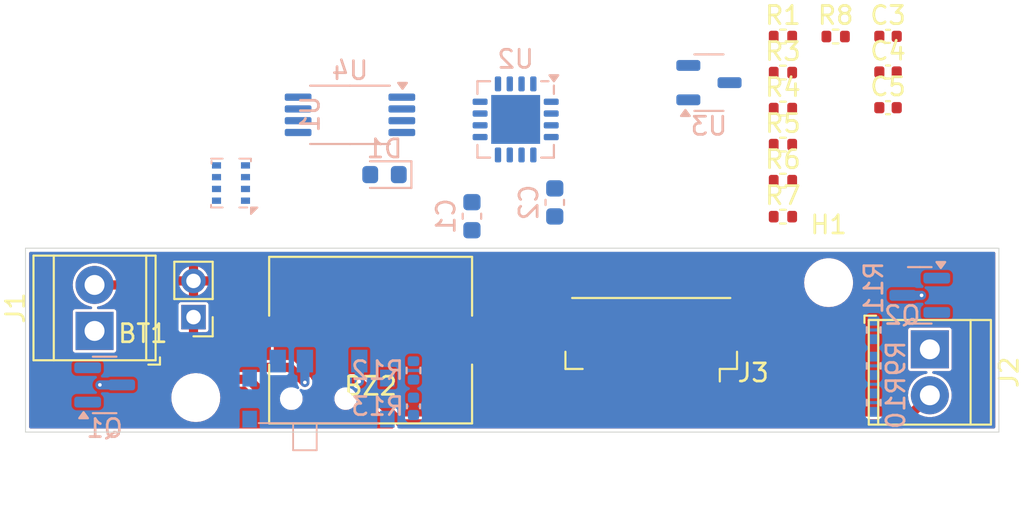
<source format=kicad_pcb>
(kicad_pcb (version 20221018) (generator pcbnew)
  (layers (0 "F.Cu" signal) (31 "B.Cu" signal) (34 "B.Paste" user) (35 "F.Paste" user) (36 "B.SilkS" user "B.Silkscreen") (37 "F.SilkS" user "F.Silkscreen") (38 "B.Mask" user) (39 "F.Mask" user) (44 "Edge.Cuts" user))
  (net 0 "")
  (net 1 "GND")
  (net 2 "+3.3V")
  (net 3 "/SDA")
  (net 4 "/SCL")
  (net 7 "/RST_TDIO")
  (net 8 "/TEST_WTCK")
  (net 9 "+BATT")
  (net 10 "Net-(Q1-G)")
  (net 11 "Net-(Q2-G)")
  (net 12 "/LED")
  (net 13 "/BUZZER")
  (net 14 "/VBAT_SENSE")
  (net 15 "/CONT0")
  (net 16 "/CONT1")
  (net 17 "/PYRO1")
  (net 18 "/PYRO0")
  (net 19 "Net-(D1-A)")
  (net 21 "/BATT_IN")
  (net 22 "/EMATCH1")
  (net 23 "/EMATCH0")
  (footprint "Resistor_SMD:R_0402_1005Metric" (layer "F.Cu") (at 194.5832 79.7488)
    (fp_text reference "R1" (at 0 -1.17) (layer "F.SilkS"))
    (fp_text value "47k")
    (fp_line (start -0.153641 -0.38) (end 0.153641 -0.38) (stroke (width 0.12)) (layer "F.SilkS"))
    (fp_line (start -0.153641 0.38) (end 0.153641 0.38) (stroke (width 0.12)) (layer "F.SilkS"))
    (pad "1" smd roundrect (at -0.51 0) (size 0.54 0.64) (layers "F.Cu" "F.Paste" "F.Mask") (net 2 "+3.3V"))
    (pad "2" smd roundrect (at 0.51 0) (size 0.54 0.64) (layers "F.Cu" "F.Paste" "F.Mask") (net 7 "/RST_TDIO"))
  )
  (footprint "MountingHole:MountingHole_2.2mm_M2" (layer "F.Cu") (at 197.104 93.345)
    (fp_text reference "H1" (at 0 -3.2) (layer "F.SilkS"))
    (fp_text value "MountingHole")
    (pad "" np_thru_hole circle (at 0 0) (size 2.2 2.2) (drill 2.2) (layers "*.Cu" "*.Mask"))
  )
  (footprint "TerminalBlock_TE-Connectivity:TerminalBlock_TE_282834-2_1x02_P2.54mm_Horizontal" (layer "F.Cu") (at 202.692 97.028 -90)
    (fp_text reference "J2" (at 1.27 -4.37 90) (layer "F.SilkS"))
    (fp_text value "Screw_Terminal_01x02")
    (fp_line (start -1.86 2.97) (end -1.86 3.61) (stroke (width 0.12)) (layer "F.SilkS"))
    (fp_line (start -1.86 3.61) (end -1.46 3.61) (stroke (width 0.12)) (layer "F.SilkS"))
    (fp_line (start -1.62 -3.37) (end -1.62 3.37) (stroke (width 0.12)) (layer "F.SilkS"))
    (fp_line (start -1.62 -3.37) (end 4.16 -3.37) (stroke (width 0.12)) (layer "F.SilkS"))
    (fp_line (start -1.62 -2.25) (end 4.16 -2.25) (stroke (width 0.12)) (layer "F.SilkS"))
    (fp_line (start -1.62 2.85) (end 4.16 2.85) (stroke (width 0.12)) (layer "F.SilkS"))
    (fp_line (start -1.62 3.37) (end 4.16 3.37) (stroke (width 0.12)) (layer "F.SilkS"))
    (fp_line (start 4.16 -3.37) (end 4.16 3.37) (stroke (width 0.12)) (layer "F.SilkS"))
    (pad "1" thru_hole rect (at 0 0 270) (size 2.1 2.1) (drill 1.1) (layers "*.Cu" "*.Mask") (net 23 "/EMATCH0"))
    (pad "2" thru_hole circle (at 2.54 0 270) (size 2.1 2.1) (drill 1.1) (layers "*.Cu" "*.Mask") (net 9 "+BATT"))
  )
  (footprint "MountingHole:MountingHole_2.2mm_M2" (layer "F.Cu") (at 162.179 99.695)
    (fp_text reference "H2" hide)
    (fp_text value "MountingHole")
    (pad "" np_thru_hole circle (at 0 0) (size 2.2 2.2) (drill 2.2) (layers "*.Cu" "*.Mask"))
  )
  (footprint "Resistor_SMD:R_0402_1005Metric" (layer "F.Cu") (at 194.5832 81.7388)
    (fp_text reference "R3" (at 0 -1.17) (layer "F.SilkS"))
    (fp_text value "270")
    (fp_line (start -0.153641 -0.38) (end 0.153641 -0.38) (stroke (width 0.12)) (layer "F.SilkS"))
    (fp_line (start -0.153641 0.38) (end 0.153641 0.38) (stroke (width 0.12)) (layer "F.SilkS"))
    (pad "1" smd roundrect (at -0.51 0) (size 0.54 0.64) (layers "F.Cu" "F.Paste" "F.Mask") (net 19 "Net-(D1-A)"))
    (pad "2" smd roundrect (at 0.51 0) (size 0.54 0.64) (layers "F.Cu" "F.Paste" "F.Mask") (net 2 "+3.3V"))
  )
  (footprint "Resistor_SMD:R_0402_1005Metric" (layer "F.Cu") (at 194.5832 87.7088)
    (fp_text reference "R6" (at 0 -1.17) (layer "F.SilkS"))
    (fp_text value "270")
    (fp_line (start -0.153641 -0.38) (end 0.153641 -0.38) (stroke (width 0.12)) (layer "F.SilkS"))
    (fp_line (start -0.153641 0.38) (end 0.153641 0.38) (stroke (width 0.12)) (layer "F.SilkS"))
    (pad "1" smd roundrect (at -0.51 0) (size 0.54 0.64) (layers "F.Cu" "F.Paste" "F.Mask") (net 10 "Net-(Q1-G)"))
    (pad "2" smd roundrect (at 0.51 0) (size 0.54 0.64) (layers "F.Cu" "F.Paste" "F.Mask") (net 17 "/PYRO1"))
  )
  (footprint "Capacitor_SMD:C_0402_1005Metric" (layer "F.Cu") (at 200.3832 81.7088)
    (fp_text reference "C4" (at 0 -1.16) (layer "F.SilkS"))
    (fp_text value "0.1uF")
    (fp_line (start -0.107836 -0.36) (end 0.107836 -0.36) (stroke (width 0.12)) (layer "F.SilkS"))
    (fp_line (start -0.107836 0.36) (end 0.107836 0.36) (stroke (width 0.12)) (layer "F.SilkS"))
    (pad "1" smd roundrect (at -0.48 0) (size 0.56 0.62) (layers "F.Cu" "F.Paste" "F.Mask") (net 2 "+3.3V"))
    (pad "2" smd roundrect (at 0.48 0) (size 0.56 0.62) (layers "F.Cu" "F.Paste" "F.Mask") (net 1 "GND"))
  )
  (footprint "Resistor_SMD:R_0402_1005Metric" (layer "F.Cu") (at 194.5832 85.7188)
    (fp_text reference "R5" (at 0 -1.17) (layer "F.SilkS"))
    (fp_text value "4.7k")
    (fp_line (start -0.153641 -0.38) (end 0.153641 -0.38) (stroke (width 0.12)) (layer "F.SilkS"))
    (fp_line (start -0.153641 0.38) (end 0.153641 0.38) (stroke (width 0.12)) (layer "F.SilkS"))
    (pad "1" smd roundrect (at -0.51 0) (size 0.54 0.64) (layers "F.Cu" "F.Paste" "F.Mask") (net 2 "+3.3V"))
    (pad "2" smd roundrect (at 0.51 0) (size 0.54 0.64) (layers "F.Cu" "F.Paste" "F.Mask") (net 3 "/SDA"))
  )
  (footprint "Resistor_SMD:R_0402_1005Metric" (layer "F.Cu") (at 197.4932 79.7488)
    (fp_text reference "R8" (at 0 -1.17) (layer "F.SilkS"))
    (fp_text value "47k")
    (fp_line (start -0.153641 -0.38) (end 0.153641 -0.38) (stroke (width 0.12)) (layer "F.SilkS"))
    (fp_line (start -0.153641 0.38) (end 0.153641 0.38) (stroke (width 0.12)) (layer "F.SilkS"))
    (pad "1" smd roundrect (at -0.51 0) (size 0.54 0.64) (layers "F.Cu" "F.Paste" "F.Mask") (net 16 "/CONT1"))
    (pad "2" smd roundrect (at 0.51 0) (size 0.54 0.64) (layers "F.Cu" "F.Paste" "F.Mask") (net 22 "/EMATCH1"))
  )
  (footprint "Connector_PinHeader_2.00mm:PinHeader_1x02_P2.00mm_Vertical" (layer "F.Cu") (at 162.052 95.25 180)
    (fp_text reference "BT1" (at 2.794 -0.905) (layer "F.SilkS"))
    (fp_text value "LiPo")
    (fp_line (start -1.06 -1.06) (end 0 -1.06) (stroke (width 0.12)) (layer "F.SilkS"))
    (fp_line (start -1.06 0) (end -1.06 -1.06) (stroke (width 0.12)) (layer "F.SilkS"))
    (fp_line (start -1.06 1) (end -1.06 3.06) (stroke (width 0.12)) (layer "F.SilkS"))
    (fp_line (start -1.06 1) (end 1.06 1) (stroke (width 0.12)) (layer "F.SilkS"))
    (fp_line (start -1.06 3.06) (end 1.06 3.06) (stroke (width 0.12)) (layer "F.SilkS"))
    (fp_line (start 1.06 1) (end 1.06 3.06) (stroke (width 0.12)) (layer "F.SilkS"))
    (pad "1" thru_hole rect (at 0 0 180) (size 1.35 1.35) (drill 0.8) (layers "*.Cu" "*.Mask") (net 21 "/BATT_IN"))
    (pad "2" thru_hole oval (at 0 2 180) (size 1.35 1.35) (drill 0.8) (layers "*.Cu" "*.Mask") (net 1 "GND"))
  )
  (footprint "Capacitor_SMD:C_0402_1005Metric" (layer "F.Cu") (at 200.3832 79.7388)
    (fp_text reference "C3" (at 0 -1.16) (layer "F.SilkS"))
    (fp_text value "0.1uF")
    (fp_line (start -0.107836 -0.36) (end 0.107836 -0.36) (stroke (width 0.12)) (layer "F.SilkS"))
    (fp_line (start -0.107836 0.36) (end 0.107836 0.36) (stroke (width 0.12)) (layer "F.SilkS"))
    (pad "1" smd roundrect (at -0.48 0) (size 0.56 0.62) (layers "F.Cu" "F.Paste" "F.Mask") (net 2 "+3.3V"))
    (pad "2" smd roundrect (at 0.48 0) (size 0.56 0.62) (layers "F.Cu" "F.Paste" "F.Mask") (net 1 "GND"))
  )
  (footprint "Capacitor_SMD:C_0402_1005Metric" (layer "F.Cu") (at 200.3832 83.6788)
    (fp_text reference "C5" (at 0 -1.16) (layer "F.SilkS"))
    (fp_text value "0.1uF")
    (fp_line (start -0.107836 -0.36) (end 0.107836 -0.36) (stroke (width 0.12)) (layer "F.SilkS"))
    (fp_line (start -0.107836 0.36) (end 0.107836 0.36) (stroke (width 0.12)) (layer "F.SilkS"))
    (pad "1" smd roundrect (at -0.48 0) (size 0.56 0.62) (layers "F.Cu" "F.Paste" "F.Mask") (net 2 "+3.3V"))
    (pad "2" smd roundrect (at 0.48 0) (size 0.56 0.62) (layers "F.Cu" "F.Paste" "F.Mask") (net 1 "GND"))
  )
  (footprint "Buzzer_Beeper:Buzzer_Mallory_AST1109MLTRQ" (layer "F.Cu") (at 171.827 96.52)
    (fp_text reference "BZ2" (at 0 2.54 180) (layer "F.SilkS"))
    (fp_text value "Buzzer")
    (fp_line (start -5.6 -4.6) (end 5.6 -4.6) (stroke (width 0.12)) (layer "F.SilkS"))
    (fp_line (start -5.6 -1.35) (end -5.6 -4.6) (stroke (width 0.12)) (layer "F.SilkS"))
    (fp_line (start -5.6 4.6) (end -5.6 1.35) (stroke (width 0.12)) (layer "F.SilkS"))
    (fp_line (start 5.6 -4.6) (end 5.6 -1.35) (stroke (width 0.12)) (layer "F.SilkS"))
    (fp_line (start 5.6 1.35) (end 5.6 4.6) (stroke (width 0.12)) (layer "F.SilkS"))
    (fp_line (start 5.6 4.6) (end -5.6 4.6) (stroke (width 0.12)) (layer "F.SilkS"))
    (pad "1" smd rect (at -6.6 0) (size 2.2 2.2) (layers "F.Cu" "F.Paste" "F.Mask") (net 2 "+3.3V"))
    (pad "2" smd rect (at 6.6 0) (size 2.2 2.2) (layers "F.Cu" "F.Paste" "F.Mask") (net 13 "/BUZZER"))
  )
  (footprint "Connector_Molex:Molex_PicoBlade_53398-0671_1x06-1MP_P1.25mm_Vertical" (layer "F.Cu") (at 187.3142 96.9024 180)
    (fp_text reference "J3" (at -5.628 -1.421) (layer "F.SilkS"))
    (fp_text value "Conn_01x06")
    (fp_line (start -4.735 -1.21) (end -3.785 -1.21) (stroke (width 0.12)) (layer "F.SilkS"))
    (fp_line (start -4.735 -0.26) (end -4.735 -1.21) (stroke (width 0.12)) (layer "F.SilkS"))
    (fp_line (start -4.365 2.71) (end 4.365 2.71) (stroke (width 0.12)) (layer "F.SilkS"))
    (fp_line (start -3.785 -1.21) (end -3.785 -1.9) (stroke (width 0.12)) (layer "F.SilkS"))
    (fp_line (start 4.735 -1.21) (end 3.785 -1.21) (stroke (width 0.12)) (layer "F.SilkS"))
    (fp_line (start 4.735 -0.26) (end 4.735 -1.21) (stroke (width 0.12)) (layer "F.SilkS"))
    (pad "1" smd roundrect (at -3.125 -1.25 180) (size 0.8 1.3) (layers "F.Cu" "F.Paste" "F.Mask") (net 2 "+3.3V"))
    (pad "2" smd roundrect (at -1.875 -1.25 180) (size 0.8 1.3) (layers "F.Cu" "F.Paste" "F.Mask") (net 8 "/TEST_WTCK"))
    (pad "3" smd roundrect (at -0.625 -1.25 180) (size 0.8 1.3) (layers "F.Cu" "F.Paste" "F.Mask") (net 7 "/RST_TDIO"))
    (pad "4" smd roundrect (at 0.625 -1.25 180) (size 0.8 1.3) (layers "F.Cu" "F.Paste" "F.Mask") (net 4 "/SCL"))
    (pad "5" smd roundrect (at 1.875 -1.25 180) (size 0.8 1.3) (layers "F.Cu" "F.Paste" "F.Mask") (net 3 "/SDA"))
    (pad "6" smd roundrect (at 3.125 -1.25 180) (size 0.8 1.3) (layers "F.Cu" "F.Paste" "F.Mask") (net 1 "GND"))
    (pad "MP" smd roundrect (at -5.675 1.5 180) (size 2.1 3) (layers "F.Cu" "F.Paste" "F.Mask") (roundrect_rratio 0.119048))
    (pad "MP" smd roundrect (at 5.675 1.5 180) (size 2.1 3) (layers "F.Cu" "F.Paste" "F.Mask") (roundrect_rratio 0.119048))
  )
  (footprint "TerminalBlock_TE-Connectivity:TerminalBlock_TE_282834-2_1x02_P2.54mm_Horizontal" (layer "F.Cu") (at 156.591 96.012 90)
    (fp_text reference "J1" (at 1.27 -4.37 90) (layer "F.SilkS"))
    (fp_text value "Screw_Terminal_01x02")
    (fp_line (start -1.86 2.97) (end -1.86 3.61) (stroke (width 0.12)) (layer "F.SilkS"))
    (fp_line (start -1.86 3.61) (end -1.46 3.61) (stroke (width 0.12)) (layer "F.SilkS"))
    (fp_line (start -1.62 -3.37) (end -1.62 3.37) (stroke (width 0.12)) (layer "F.SilkS"))
    (fp_line (start -1.62 -3.37) (end 4.16 -3.37) (stroke (width 0.12)) (layer "F.SilkS"))
    (fp_line (start -1.62 -2.25) (end 4.16 -2.25) (stroke (width 0.12)) (layer "F.SilkS"))
    (fp_line (start -1.62 2.85) (end 4.16 2.85) (stroke (width 0.12)) (layer "F.SilkS"))
    (fp_line (start -1.62 3.37) (end 4.16 3.37) (stroke (width 0.12)) (layer "F.SilkS"))
    (fp_line (start 4.16 -3.37) (end 4.16 3.37) (stroke (width 0.12)) (layer "F.SilkS"))
    (pad "1" thru_hole rect (at 0 0 90) (size 2.1 2.1) (drill 1.1) (layers "*.Cu" "*.Mask") (net 22 "/EMATCH1"))
    (pad "2" thru_hole circle (at 2.54 0 90) (size 2.1 2.1) (drill 1.1) (layers "*.Cu" "*.Mask") (net 9 "+BATT"))
  )
  (footprint "Resistor_SMD:R_0402_1005Metric" (layer "F.Cu") (at 194.5832 83.7288)
    (fp_text reference "R4" (at 0 -1.17) (layer "F.SilkS"))
    (fp_text value "4.7k")
    (fp_line (start -0.153641 -0.38) (end 0.153641 -0.38) (stroke (width 0.12)) (layer "F.SilkS"))
    (fp_line (start -0.153641 0.38) (end 0.153641 0.38) (stroke (width 0.12)) (layer "F.SilkS"))
    (pad "1" smd roundrect (at -0.51 0) (size 0.54 0.64) (layers "F.Cu" "F.Paste" "F.Mask") (net 2 "+3.3V"))
    (pad "2" smd roundrect (at 0.51 0) (size 0.54 0.64) (layers "F.Cu" "F.Paste" "F.Mask") (net 4 "/SCL"))
  )
  (footprint "Resistor_SMD:R_0402_1005Metric" (layer "F.Cu") (at 194.5832 89.6988)
    (fp_text reference "R7" (at 0 -1.17) (layer "F.SilkS"))
    (fp_text value "4.7k")
    (fp_line (start -0.153641 -0.38) (end 0.153641 -0.38) (stroke (width 0.12)) (layer "F.SilkS"))
    (fp_line (start -0.153641 0.38) (end 0.153641 0.38) (stroke (width 0.12)) (layer "F.SilkS"))
    (pad "1" smd roundrect (at -0.51 0) (size 0.54 0.64) (layers "F.Cu" "F.Paste" "F.Mask") (net 17 "/PYRO1"))
    (pad "2" smd roundrect (at 0.51 0) (size 0.54 0.64) (layers "F.Cu" "F.Paste" "F.Mask") (net 1 "GND"))
  )
  (footprint "Capacitor_SMD:C_0603_1608Metric" (layer "B.Cu") (at 177.419 89.675 -90)
    (fp_text reference "C1" (at 0 1.43 90) (layer "B.SilkS") (effects (justify mirror)))
    (fp_text value "1uF")
    (fp_line (start -0.14058 -0.51) (end 0.14058 -0.51) (stroke (width 0.12)) (layer "B.SilkS"))
    (fp_line (start -0.14058 0.51) (end 0.14058 0.51) (stroke (width 0.12)) (layer "B.SilkS"))
    (pad "1" smd roundrect (at -0.775 0 270) (size 0.9 0.95) (layers "B.Cu" "B.Paste" "B.Mask") (net 2 "+3.3V"))
    (pad "2" smd roundrect (at 0.775 0 270) (size 0.9 0.95) (layers "B.Cu" "B.Paste" "B.Mask") (net 1 "GND"))
  )
  (footprint "Package_LGA:Bosch_LGA-8_2x2.5mm_P0.65mm_ClockwisePinNumbering" (layer "B.Cu") (at 164.122 87.843 90)
    (fp_text reference "U1" (at 3.81 4.37 90) (layer "B.SilkS") (effects (justify mirror)))
    (fp_text value "BMP280")
    (fp_line (start -1.35 -1.1) (end -1.35 -0.46) (stroke (width 0.1)) (layer "B.SilkS"))
    (fp_line (start -1.35 -1.1) (end -1.2 -1.1) (stroke (width 0.1)) (layer "B.SilkS"))
    (fp_line (start -1.35 0.46) (end -1.35 0.9) (stroke (width 0.1)) (layer "B.SilkS"))
    (fp_line (start 1.075 -1.075) (end 1.225 -1.075) (stroke (width 0.1)) (layer "B.SilkS"))
    (fp_line (start 1.2 1.1) (end 1.35 1.1) (stroke (width 0.1)) (layer "B.SilkS"))
    (fp_line (start 1.35 -1.1) (end 1.35 -0.46) (stroke (width 0.1)) (layer "B.SilkS"))
    (fp_line (start 1.35 0.46) (end 1.35 1.1) (stroke (width 0.1)) (layer "B.SilkS"))
    (fp_poly (pts (xy -1.35 1.1) (xy -1.71 1.1) (xy -1.35 1.46) (xy -1.35 1.1)) (stroke (width 0.1)) (fill solid) (layer "B.SilkS"))
    (pad "1" smd rect (at -0.975 0.8) (size 0.5 0.35) (layers "B.Cu" "B.Paste" "B.Mask") (net 1 "GND"))
    (pad "2" smd rect (at -0.325 0.8) (size 0.5 0.35) (layers "B.Cu" "B.Paste" "B.Mask") (net 2 "+3.3V"))
    (pad "3" smd rect (at 0.325 0.8) (size 0.5 0.35) (layers "B.Cu" "B.Paste" "B.Mask") (net 3 "/SDA"))
    (pad "4" smd rect (at 0.975 0.8) (size 0.5 0.35) (layers "B.Cu" "B.Paste" "B.Mask") (net 4 "/SCL"))
    (pad "5" smd rect (at 0.975 -0.8) (size 0.5 0.35) (layers "B.Cu" "B.Paste" "B.Mask"))
    (pad "6" smd rect (at 0.325 -0.8) (size 0.5 0.35) (layers "B.Cu" "B.Paste" "B.Mask") (net 2 "+3.3V"))
    (pad "7" smd rect (at -0.325 -0.8) (size 0.5 0.35) (layers "B.Cu" "B.Paste" "B.Mask") (net 1 "GND"))
    (pad "8" smd rect (at -0.975 -0.8) (size 0.5 0.35) (layers "B.Cu" "B.Paste" "B.Mask") (net 2 "+3.3V"))
  )
  (footprint "Package_TO_SOT_SMD:SOT-23" (layer "B.Cu") (at 202.1355 94.046 180)
    (fp_text reference "Q2" (at 0.9675 -1.1024) (layer "B.SilkS") (effects (justify mirror)))
    (fp_text value "AO3401A")
    (fp_line (start 0 -1.56) (end -0.65 -1.56) (stroke (width 0.12)) (layer "B.SilkS"))
    (fp_line (start 0 -1.56) (end 0.65 -1.56) (stroke (width 0.12)) (layer "B.SilkS"))
    (fp_line (start 0 1.56) (end -0.65 1.56) (stroke (width 0.12)) (layer "B.SilkS"))
    (fp_line (start 0 1.56) (end 0.65 1.56) (stroke (width 0.12)) (layer "B.SilkS"))
    (fp_poly (pts (xy -1.1625 1.51) (xy -1.4025 1.84) (xy -0.9225 1.84) (xy -1.1625 1.51)) (stroke (width 0.12)) (fill solid) (layer "B.SilkS"))
    (pad "1" smd roundrect (at -0.9375 0.95 180) (size 1.475 0.6) (layers "B.Cu" "B.Paste" "B.Mask") (net 11 "Net-(Q2-G)"))
    (pad "2" smd roundrect (at -0.9375 -0.95 180) (size 1.475 0.6) (layers "B.Cu" "B.Paste" "B.Mask") (net 23 "/EMATCH0"))
    (pad "3" smd roundrect (at 0.9375 0 180) (size 1.475 0.6) (layers "B.Cu" "B.Paste" "B.Mask") (net 1 "GND"))
  )
  (footprint "Capacitor_SMD:C_0603_1608Metric" (layer "B.Cu") (at 181.991 88.913 -90)
    (fp_text reference "C2" (at 0 1.43 90) (layer "B.SilkS") (effects (justify mirror)))
    (fp_text value "1uF")
    (fp_line (start -0.14058 -0.51) (end 0.14058 -0.51) (stroke (width 0.12)) (layer "B.SilkS"))
    (fp_line (start -0.14058 0.51) (end 0.14058 0.51) (stroke (width 0.12)) (layer "B.SilkS"))
    (pad "1" smd roundrect (at -0.775 0 270) (size 0.9 0.95) (layers "B.Cu" "B.Paste" "B.Mask") (net 9 "+BATT"))
    (pad "2" smd roundrect (at 0.775 0 270) (size 0.9 0.95) (layers "B.Cu" "B.Paste" "B.Mask") (net 1 "GND"))
  )
  (footprint "Resistor_SMD:R_0402_1005Metric" (layer "B.Cu") (at 199.5932 97.9424 -90)
    (fp_text reference "R9" (at -0.4064 -1.2192 90) (layer "B.SilkS") (effects (justify mirror)))
    (fp_text value "4.7k")
    (fp_line (start -0.153641 -0.38) (end 0.153641 -0.38) (stroke (width 0.12)) (layer "B.SilkS"))
    (fp_line (start -0.153641 0.38) (end 0.153641 0.38) (stroke (width 0.12)) (layer "B.SilkS"))
    (pad "1" smd roundrect (at -0.51 0 270) (size 0.54 0.64) (layers "B.Cu" "B.Paste" "B.Mask") (net 18 "/PYRO0"))
    (pad "2" smd roundrect (at 0.51 0 270) (size 0.54 0.64) (layers "B.Cu" "B.Paste" "B.Mask") (net 1 "GND"))
  )
  (footprint "Button_Switch_SMD_Custom:MK-12C02-GXXX" (layer "B.Cu") (at 168.9508 99.7538)
    (fp_text reference "SW1" hide)
    (fp_text value "SW_SPDT")
    (fp_line (start -3.3 1.35) (end 3.3 1.35) (stroke (width 0.1)) (layer "B.SilkS"))
    (fp_line (start -1.4 2.85) (end -1.4 1.4) (stroke (width 0.1)) (layer "B.SilkS"))
    (fp_line (start -1.4 2.85) (end -0.1 2.85) (stroke (width 0.1)) (layer "B.SilkS"))
    (fp_line (start -0.1 2.85) (end -0.1 1.4) (stroke (width 0.1)) (layer "B.SilkS"))
    (pad "" np_thru_hole circle (at -1.5 0) (size 0.75 0.75) (drill 0.75) (layers "*.Mask" "B.Cu"))
    (pad "" np_thru_hole circle (at 1.5 0) (size 0.75 0.75) (drill 0.75) (layers "*.Mask" "B.Cu"))
    (pad "1" smd rect (at -2.25 -2.075) (size 0.9 1.25) (layers "B.Cu" "B.Paste" "B.Mask"))
    (pad "2" smd rect (at -0.75 -2.075) (size 0.9 1.25) (layers "B.Cu" "B.Paste" "B.Mask") (net 21 "/BATT_IN"))
    (pad "3" smd rect (at 2.25 -2.075) (size 0.9 1.25) (layers "B.Cu" "B.Paste" "B.Mask") (net 9 "+BATT"))
    (pad "MP0" smd rect (at -3.8 -1.135) (size 0.8 0.93) (layers "B.Cu" "B.Paste" "B.Mask"))
    (pad "MP1" smd rect (at -3.8 1.135) (size 0.8 0.93) (layers "B.Cu" "B.Paste" "B.Mask"))
    (pad "MP2" smd rect (at 3.8 -1.135) (size 0.8 0.93) (layers "B.Cu" "B.Paste" "B.Mask"))
    (pad "MP3" smd rect (at 3.8 1.135) (size 0.8 0.93) (layers "B.Cu" "B.Paste" "B.Mask"))
  )
  (footprint "Resistor_SMD:R_0402_1005Metric" (layer "B.Cu") (at 174.1932 98.1964 -90)
    (fp_text reference "R12" (at 0 1.9812 -180) (layer "B.SilkS") (effects (justify mirror)))
    (fp_text value "47k")
    (fp_line (start -0.153641 -0.38) (end 0.153641 -0.38) (stroke (width 0.12)) (layer "B.SilkS"))
    (fp_line (start -0.153641 0.38) (end 0.153641 0.38) (stroke (width 0.12)) (layer "B.SilkS"))
    (pad "1" smd roundrect (at -0.51 0 270) (size 0.54 0.64) (layers "B.Cu" "B.Paste" "B.Mask") (net 9 "+BATT"))
    (pad "2" smd roundrect (at 0.51 0 270) (size 0.54 0.64) (layers "B.Cu" "B.Paste" "B.Mask") (net 14 "/VBAT_SENSE"))
  )
  (footprint "LED_SMD:LED_0603_1608Metric" (layer "B.Cu") (at 172.593 87.376 180)
    (fp_text reference "D1" (at 0 1.43) (layer "B.SilkS") (effects (justify mirror)))
    (fp_text value "LED")
    (fp_line (start -1.485 -0.735) (end 0.8 -0.735) (stroke (width 0.12)) (layer "B.SilkS"))
    (fp_line (start -1.485 0.735) (end -1.485 -0.735) (stroke (width 0.12)) (layer "B.SilkS"))
    (fp_line (start 0.8 0.735) (end -1.485 0.735) (stroke (width 0.12)) (layer "B.SilkS"))
    (pad "1" smd roundrect (at -0.7875 0 180) (size 0.875 0.95) (layers "B.Cu" "B.Paste" "B.Mask") (net 12 "/LED"))
    (pad "2" smd roundrect (at 0.7875 0 180) (size 0.875 0.95) (layers "B.Cu" "B.Paste" "B.Mask") (net 19 "Net-(D1-A)"))
  )
  (footprint "Package_SO:TSSOP-8_4.4x3mm_P0.65mm" (layer "B.Cu") (at 170.688 84.074 180)
    (fp_text reference "U4" (at 0 2.45) (layer "B.SilkS") (effects (justify mirror)))
    (fp_text value "ZD24C128A-XGMB")
    (fp_line (start 0 -1.61) (end -2.2 -1.61) (stroke (width 0.12)) (layer "B.SilkS"))
    (fp_line (start 0 -1.61) (end 2.2 -1.61) (stroke (width 0.12)) (layer "B.SilkS"))
    (fp_line (start 0 1.61) (end -2.2 1.61) (stroke (width 0.12)) (layer "B.SilkS"))
    (fp_line (start 0 1.61) (end 2.2 1.61) (stroke (width 0.12)) (layer "B.SilkS"))
    (fp_poly (pts (xy -2.9 1.435) (xy -3.14 1.765) (xy -2.66 1.765) (xy -2.9 1.435)) (stroke (width 0.12)) (fill solid) (layer "B.SilkS"))
    (pad "1" smd roundrect (at -2.8625 0.975 180) (size 1.475 0.4) (layers "B.Cu" "B.Paste" "B.Mask") (net 2 "+3.3V"))
    (pad "2" smd roundrect (at -2.8625 0.325 180) (size 1.475 0.4) (layers "B.Cu" "B.Paste" "B.Mask") (net 2 "+3.3V"))
    (pad "3" smd roundrect (at -2.8625 -0.325 180) (size 1.475 0.4) (layers "B.Cu" "B.Paste" "B.Mask") (net 2 "+3.3V"))
    (pad "4" smd roundrect (at -2.8625 -0.975 180) (size 1.475 0.4) (layers "B.Cu" "B.Paste" "B.Mask") (net 1 "GND"))
    (pad "5" smd roundrect (at 2.8625 -0.975 180) (size 1.475 0.4) (layers "B.Cu" "B.Paste" "B.Mask") (net 4 "/SCL"))
    (pad "6" smd roundrect (at 2.8625 -0.325 180) (size 1.475 0.4) (layers "B.Cu" "B.Paste" "B.Mask") (net 3 "/SDA"))
    (pad "7" smd roundrect (at 2.8625 0.325 180) (size 1.475 0.4) (layers "B.Cu" "B.Paste" "B.Mask") (net 1 "GND"))
    (pad "8" smd roundrect (at 2.8625 0.975 180) (size 1.475 0.4) (layers "B.Cu" "B.Paste" "B.Mask") (net 2 "+3.3V"))
  )
  (footprint "Capacitor_SMD:C_0402_1005Metric" (layer "B.Cu") (at 174.1932 100.1776 -90)
    (fp_text reference "R13" (at 0 1.9812 -180) (layer "B.SilkS") (effects (justify mirror)))
    (fp_text value "47k")
    (fp_line (start -0.107836 -0.36) (end 0.107836 -0.36) (stroke (width 0.12)) (layer "B.SilkS"))
    (fp_line (start -0.107836 0.36) (end 0.107836 0.36) (stroke (width 0.12)) (layer "B.SilkS"))
    (pad "1" smd roundrect (at -0.48 0 270) (size 0.56 0.62) (layers "B.Cu" "B.Paste" "B.Mask") (net 14 "/VBAT_SENSE"))
    (pad "2" smd roundrect (at 0.48 0 270) (size 0.56 0.62) (layers "B.Cu" "B.Paste" "B.Mask") (net 1 "GND"))
  )
  (footprint "Package_TO_SOT_SMD:SOT-23" (layer "B.Cu") (at 157.1475 98.994)
    (fp_text reference "Q1" (at 0 2.4) (layer "B.SilkS") (effects (justify mirror)))
    (fp_text value "AO3401A")
    (fp_line (start 0 -1.56) (end -0.65 -1.56) (stroke (width 0.12)) (layer "B.SilkS"))
    (fp_line (start 0 -1.56) (end 0.65 -1.56) (stroke (width 0.12)) (layer "B.SilkS"))
    (fp_line (start 0 1.56) (end -0.65 1.56) (stroke (width 0.12)) (layer "B.SilkS"))
    (fp_line (start 0 1.56) (end 0.65 1.56) (stroke (width 0.12)) (layer "B.SilkS"))
    (fp_poly (pts (xy -1.1625 1.51) (xy -1.4025 1.84) (xy -0.9225 1.84) (xy -1.1625 1.51)) (stroke (width 0.12)) (fill solid) (layer "B.SilkS"))
    (pad "1" smd roundrect (at -0.9375 0.95) (size 1.475 0.6) (layers "B.Cu" "B.Paste" "B.Mask") (net 10 "Net-(Q1-G)"))
    (pad "2" smd roundrect (at -0.9375 -0.95) (size 1.475 0.6) (layers "B.Cu" "B.Paste" "B.Mask") (net 22 "/EMATCH1"))
    (pad "3" smd roundrect (at 0.9375 0) (size 1.475 0.6) (layers "B.Cu" "B.Paste" "B.Mask") (net 1 "GND"))
  )
  (footprint "Package_DFN_QFN:Texas_RSA_VQFN-16-1EP_4x4mm_P0.65mm_EP2.7x2.7mm" (layer "B.Cu") (at 179.832 84.328 180)
    (fp_text reference "U2" (at 0 3.33) (layer "B.SilkS") (effects (justify mirror)))
    (fp_text value "MSP430G2452IRSA16")
    (fp_line (start -2.11 -2.11) (end -2.11 -1.41) (stroke (width 0.12)) (layer "B.SilkS"))
    (fp_line (start -2.11 1.41) (end -2.11 1.87) (stroke (width 0.12)) (layer "B.SilkS"))
    (fp_line (start -1.41 -2.11) (end -2.11 -2.11) (stroke (width 0.12)) (layer "B.SilkS"))
    (fp_line (start -1.41 2.11) (end -1.81 2.11) (stroke (width 0.12)) (layer "B.SilkS"))
    (fp_line (start 1.41 -2.11) (end 2.11 -2.11) (stroke (width 0.12)) (layer "B.SilkS"))
    (fp_line (start 1.41 2.11) (end 2.11 2.11) (stroke (width 0.12)) (layer "B.SilkS"))
    (fp_line (start 2.11 -2.11) (end 2.11 -1.41) (stroke (width 0.12)) (layer "B.SilkS"))
    (fp_line (start 2.11 2.11) (end 2.11 1.41) (stroke (width 0.12)) (layer "B.SilkS"))
    (fp_poly (pts (xy -2.11 2.11) (xy -2.35 2.44) (xy -1.87 2.44) (xy -2.11 2.11)) (stroke (width 0.12)) (fill solid) (layer "B.SilkS"))
    (pad "1" smd roundrect (at -1.9625 0.975 180) (size 0.825 0.35) (layers "B.Cu" "B.Paste" "B.Mask") (net 12 "/LED"))
    (pad "2" smd roundrect (at -1.9625 0.325 180) (size 0.825 0.35) (layers "B.Cu" "B.Paste" "B.Mask") (net 13 "/BUZZER"))
    (pad "3" smd roundrect (at -1.9625 -0.325 180) (size 0.825 0.35) (layers "B.Cu" "B.Paste" "B.Mask"))
    (pad "4" smd roundrect (at -1.9625 -0.975 180) (size 0.825 0.35) (layers "B.Cu" "B.Paste" "B.Mask") (net 14 "/VBAT_SENSE"))
    (pad "5" smd roundrect (at -0.975 -1.9625 180) (size 0.35 0.825) (layers "B.Cu" "B.Paste" "B.Mask") (net 15 "/CONT0"))
    (pad "6" smd roundrect (at -0.325 -1.9625 180) (size 0.35 0.825) (layers "B.Cu" "B.Paste" "B.Mask") (net 16 "/CONT1"))
    (pad "7" smd roundrect (at 0.325 -1.9625 180) (size 0.35 0.825) (layers "B.Cu" "B.Paste" "B.Mask") (net 4 "/SCL"))
    (pad "8" smd roundrect (at 0.975 -1.9625 180) (size 0.35 0.825) (layers "B.Cu" "B.Paste" "B.Mask") (net 3 "/SDA"))
    (pad "9" smd roundrect (at 1.9625 -0.975 180) (size 0.825 0.35) (layers "B.Cu" "B.Paste" "B.Mask") (net 7 "/RST_TDIO"))
    (pad "10" smd roundrect (at 1.9625 -0.325 180) (size 0.825 0.35) (layers "B.Cu" "B.Paste" "B.Mask") (net 8 "/TEST_WTCK"))
    (pad "11" smd roundrect (at 1.9625 0.325 180) (size 0.825 0.35) (layers "B.Cu" "B.Paste" "B.Mask") (net 17 "/PYRO1"))
    (pad "12" smd roundrect (at 1.9625 0.975 180) (size 0.825 0.35) (layers "B.Cu" "B.Paste" "B.Mask") (net 18 "/PYRO0"))
    (pad "13" smd roundrect (at 0.975 1.9625 180) (size 0.35 0.825) (layers "B.Cu" "B.Paste" "B.Mask") (net 1 "GND"))
    (pad "14" smd roundrect (at 0.325 1.9625 180) (size 0.35 0.825) (layers "B.Cu" "B.Paste" "B.Mask") (net 1 "GND"))
    (pad "15" smd roundrect (at -0.325 1.9625 180) (size 0.35 0.825) (layers "B.Cu" "B.Paste" "B.Mask") (net 2 "+3.3V"))
    (pad "16" smd roundrect (at -0.975 1.9625 180) (size 0.35 0.825) (layers "B.Cu" "B.Paste" "B.Mask") (net 2 "+3.3V"))
    (pad "17" smd rect (at 0 0 180) (size 2.7 2.7) (property pad_prop_heatsink) (layers "B.Cu" "B.Mask"))
  )
  (footprint "Package_TO_SOT_SMD:SOT-23-3" (layer "B.Cu") (at 190.5 82.296)
    (fp_text reference "U3" (at 0 2.4) (layer "B.SilkS") (effects (justify mirror)))
    (fp_text value "XC6206PxxxMR")
    (fp_line (start 0 -1.56) (end -0.8 -1.56) (stroke (width 0.12)) (layer "B.SilkS"))
    (fp_line (start 0 -1.56) (end 0.8 -1.56) (stroke (width 0.12)) (layer "B.SilkS"))
    (fp_line (start 0 1.56) (end -0.8 1.56) (stroke (width 0.12)) (layer "B.SilkS"))
    (fp_line (start 0 1.56) (end 0.8 1.56) (stroke (width 0.12)) (layer "B.SilkS"))
    (fp_poly (pts (xy -1.3 1.51) (xy -1.54 1.84) (xy -1.06 1.84) (xy -1.3 1.51)) (stroke (width 0.12)) (fill solid) (layer "B.SilkS"))
    (pad "1" smd roundrect (at -1.1375 0.95) (size 1.325 0.6) (layers "B.Cu" "B.Paste" "B.Mask") (net 1 "GND"))
    (pad "2" smd roundrect (at -1.1375 -0.95) (size 1.325 0.6) (layers "B.Cu" "B.Paste" "B.Mask") (net 2 "+3.3V"))
    (pad "3" smd roundrect (at 1.1375 0) (size 1.325 0.6) (layers "B.Cu" "B.Paste" "B.Mask") (net 9 "+BATT"))
  )
  (footprint "Resistor_SMD:R_0402_1005Metric" (layer "B.Cu") (at 199.5932 95.9592 -90)
    (fp_text reference "R11" (at -2.3348 0 90) (layer "B.SilkS") (effects (justify mirror)))
    (fp_text value "270")
    (fp_line (start -0.153641 -0.38) (end 0.153641 -0.38) (stroke (width 0.12)) (layer "B.SilkS"))
    (fp_line (start -0.153641 0.38) (end 0.153641 0.38) (stroke (width 0.12)) (layer "B.SilkS"))
    (pad "1" smd roundrect (at -0.51 0 270) (size 0.54 0.64) (layers "B.Cu" "B.Paste" "B.Mask") (net 11 "Net-(Q2-G)"))
    (pad "2" smd roundrect (at 0.51 0 270) (size 0.54 0.64) (layers "B.Cu" "B.Paste" "B.Mask") (net 18 "/PYRO0"))
  )
  (footprint "Resistor_SMD:R_0402_1005Metric" (layer "B.Cu") (at 199.5932 99.9744 90)
    (fp_text reference "R10" (at 0 1.2192 270) (layer "B.SilkS") (effects (justify mirror)))
    (fp_text value "47k")
    (fp_line (start -0.153641 -0.38) (end 0.153641 -0.38) (stroke (width 0.12)) (layer "B.SilkS"))
    (fp_line (start -0.153641 0.38) (end 0.153641 0.38) (stroke (width 0.12)) (layer "B.SilkS"))
    (pad "1" smd roundrect (at -0.51 0 90) (size 0.54 0.64) (layers "B.Cu" "B.Paste" "B.Mask") (net 15 "/CONT0"))
    (pad "2" smd roundrect (at 0.51 0 90) (size 0.54 0.64) (layers "B.Cu" "B.Paste" "B.Mask") (net 23 "/EMATCH0"))
  )
  (gr_line locked (start 206.502 101.6) (end 206.502 91.44) (stroke (width 0.05)) (layer "Edge.Cuts"))
  (gr_line locked (start 152.781 101.6) (end 206.502 101.6) (stroke (width 0.05)) (layer "Edge.Cuts"))
  (gr_line locked (start 206.502 91.44) (end 152.781 91.44) (stroke (width 0.05)) (layer "Edge.Cuts"))
  (gr_line locked (start 152.781 101.6) (end 152.781 91.44) (stroke (width 0.05)) (layer "Edge.Cuts"))
  (via (at 156.8856 98.994) (size 0.3) (drill 0.2) (layers "F.Cu" "B.Cu") (net 1))
  (via (at 202.2348 94.046) (size 0.3) (drill 0.2) (layers "F.Cu" "B.Cu") (net 1))
  (segment (start 202.2348 94.046) (end 201.198 94.046) (width 0.508) (layer "B.Cu") (net 1))
  (segment (start 156.8856 98.994) (end 158.085 98.994) (width 0.508) (layer "B.Cu") (net 1))
  (segment (start 163.439199 98.6868) (end 158.224399 93.472) (width 0.508) (layer "F.Cu") (net 9))
  (segment (start 168.3298 99.5172) (end 168.3298 100.117894) (width 0.508) (layer "F.Cu") (net 9))
  (segment (start 168.3298 100.117894) (end 167.814894 100.6328) (width 0.508) (layer "F.Cu") (net 9))
  (segment (start 169.183546 98.806) (end 168.472346 99.5172) (width 0.508) (layer "F.Cu") (net 9))
  (segment (start 165.1 98.6868) (end 163.439199 98.6868) (width 0.508) (layer "F.Cu") (net 9))
  (segment (start 173.536 101.146) (end 201.114 101.146) (width 0.508) (layer "F.Cu") (net 9))
  (segment (start 201.114 101.146) (end 202.692 99.568) (width 0.508) (layer "F.Cu") (net 9))
  (segment (start 167.046 100.6328) (end 165.1 98.6868) (width 0.508) (layer "F.Cu") (net 9))
  (segment (start 168.472346 99.5172) (end 168.3298 99.5172) (width 0.508) (layer "F.Cu") (net 9))
  (segment (start 167.814894 100.6328) (end 167.046 100.6328) (width 0.508) (layer "F.Cu") (net 9))
  (segment (start 171.196 98.806) (end 169.183546 98.806) (width 0.508) (layer "F.Cu") (net 9))
  (segment (start 158.224399 93.472) (end 156.591 93.472) (width 0.508) (layer "F.Cu") (net 9))
  (segment (start 171.196 98.806) (end 173.536 101.146) (width 0.508) (layer "F.Cu") (net 9))
  (via (at 171.196 98.806) (size 0.3) (drill 0.2) (layers "F.Cu" "B.Cu") (net 9))
  (segment (start 171.2008 97.6788) (end 171.2008 98.8012) (width 0.508) (layer "B.Cu") (net 9))
  (segment (start 171.2008 98.8012) (end 171.196 98.806) (width 0.508) (layer "B.Cu") (net 9))
  (segment (start 162.052 96.365655) (end 163.712745 98.0264) (width 0.508) (layer "F.Cu") (net 21))
  (segment (start 167.3684 98.0264) (end 168.1988 98.8568) (width 0.508) (layer "F.Cu") (net 21))
  (segment (start 162.052 95.25) (end 162.052 96.365655) (width 0.508) (layer "F.Cu") (net 21))
  (segment (start 163.712745 98.0264) (end 167.3684 98.0264) (width 0.508) (layer "F.Cu") (net 21))
  (via (at 168.1988 98.8568) (size 0.3) (drill 0.2) (layers "F.Cu" "B.Cu") (net 21))
  (segment (start 168.1988 98.8568) (end 168.1988 97.6808) (width 0.508) (layer "B.Cu") (net 21))
  (segment (start 168.1988 97.6808) (end 168.2008 97.6788) (width 0.508) (layer "B.Cu") (net 21))
  (zone locked (net 1) (net_name "GND") (layer "F.Cu") (connect_pads (clearance 0.1524)) (min_thickness 0.1524) (fill yes (thermal_gap 0.1524) (thermal_bridge_width 0.508))
    (polygon (pts (xy 206.502 91.44) (xy 206.502 101.6) (xy 152.781 101.6) (xy 152.781 91.44)))
  )
  (zone locked (net 2) (net_name "+3.3V") (layer "B.Cu") (priority 1) (connect_pads (clearance 0.1524)) (min_thickness 0.1524) (fill yes (thermal_gap 0.1524) (thermal_bridge_width 0.508))
    (polygon (pts (xy 206.502 91.44) (xy 206.502 101.6) (xy 152.781 101.6) (xy 152.781 91.44)))
  )
)
</source>
